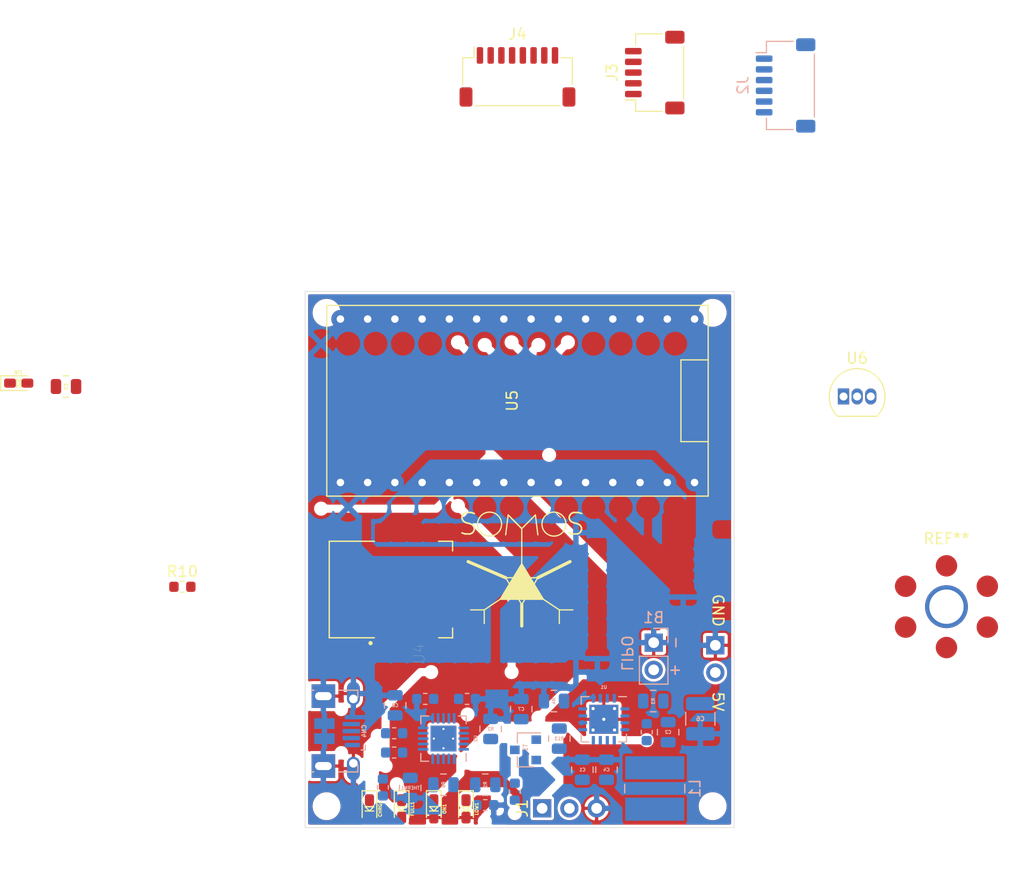
<source format=kicad_pcb>
(kicad_pcb (version 20171130) (host pcbnew 5.1.6-c6e7f7d~86~ubuntu18.04.1)
  (layers (0 F.Cu signal) (31 B.Cu signal) (34 B.Paste user) (35 F.Paste user) (36 B.SilkS user) (37 F.SilkS user) (38 B.Mask user) (39 F.Mask user) (44 Edge.Cuts user))
  (net 0 "")
  (net 1 GND)
  (net 2 3V)
  (net 3 "Net-(R9-Pad2)")
  (net 4 TFT_CS)
  (net 5 TFT_CLK)
  (net 6 TFT_MOSI)
  (net 7 TFT_DCX)
  (net 8 TFT_RST)
  (net 9 BT_RX)
  (net 10 BT_TX)
  (net 11 INTAN_MISO)
  (net 12 INTAN_MOSI)
  (net 13 INTAN_CLK)
  (net 14 INTAN_CS)
  (net 15 VLIPO)
  (net 16 VBAT)
  (net 17 5V)
  (net 18 VBUS)
  (net 19 "Net-(CHRG1-Pad2)")
  (net 20 "Net-(FULL1-Pad2)")
  (net 21 ENABLE)
  (net 22 "Net-(L1-Pad2)")
  (net 23 "Net-(LOW1-Pad1)")
  (net 24 "Net-(ON1-Pad1)")
  (net 25 "Net-(R1-Pad1)")
  (net 26 "Net-(R3-Pad1)")
  (net 27 "Net-(R6-Pad1)")
  (net 28 "Net-(R8-Pad1)")
  (net 29 "Net-(R14-Pad1)")
  (net 30 "Net-(R16-Pad2)")
  (net 31 "Net-(R17-Pad2)")
  (net 32 "Net-(R20-Pad2)")
  (net 33 LBO)
  (net 34 "Net-(THERM1-Pad2)")
  (net 35 "Net-(C3-Pad1)")
  (net 36 "Net-(BT1-Pad2)")
  (net 37 P2_0)
  (net 38 "Net-(U4-Pad13)")
  (module SOMOS:SOMOS_ELECTRODE (layer F.Cu) (at 189.8 109.4)
    (fp_text reference REF** (at 0 -6.35) (layer F.SilkS))
    (fp_text value SOMOS_ELECTRODE)
    (pad 1 smd circle (at -3.81 1.905) (size 2 2) (layers F.Cu F.Paste F.Mask))
    (pad 1 smd circle (at 3.81 1.905) (size 2 2) (layers F.Cu F.Paste F.Mask))
    (pad 1 smd circle (at 3.81 -1.905) (size 2 2) (layers F.Cu F.Paste F.Mask))
    (pad 1 smd circle (at -3.81 -1.905) (size 2 2) (layers F.Cu F.Paste F.Mask))
    (pad 1 smd circle (at 0 3.81) (size 2 2) (layers F.Cu F.Paste F.Mask))
    (pad 1 smd circle (at 0 -3.81) (size 2 2) (layers F.Cu F.Paste F.Mask))
    (pad 1 thru_hole circle (at 0 0) (size 4 4) (drill 3.2) (layers *.Cu *.Mask))
  )
  (module SOMOS:SOMOS_LOGO (layer F.Cu) (at 150.2 107.2)
    (fp_text reference REF** hide)
    (fp_text value SOMOS_LOGO)
    (fp_text user S (at 5 -5.5) (layer F.SilkS) (effects (font (size 2 2))))
    (fp_text user S (at -5 -5.5) (layer F.SilkS) (effects (font (size 2 2))))
    (fp_line (start 0 -1.796051) (end 0 -3.81) (layer F.SilkS) (width 0.12))
    (fp_line (start 0 -3.81) (end 0 -5.08) (layer F.SilkS) (width 0.12))
    (fp_line (start 0 -5.08) (end -1.27 -6.35) (layer F.SilkS) (width 0.12))
    (fp_line (start -1.27 -6.35) (end 0 -5.08) (layer F.SilkS) (width 0.12))
    (fp_line (start 0 -5.08) (end 1.27 -6.35) (layer F.SilkS) (width 0.12))
    (fp_line (start 2 1.5) (end 3.5 2.5) (layer F.SilkS) (width 0.12))
    (fp_line (start 3.5 2.5) (end 3.5 3.77) (layer F.SilkS) (width 0.12))
    (fp_line (start 3.5 2.5) (end 4.77 2.5) (layer F.SilkS) (width 0.12))
    (fp_line (start -2 1.5) (end -3.5 2.5) (layer F.SilkS) (width 0.12))
    (fp_line (start -4.77 2.5) (end -3.5 2.5) (layer F.SilkS) (width 0.12))
    (fp_line (start -3.5 2.5) (end -3.5 3.77) (layer F.SilkS) (width 0.12))
    (fp_line (start 1.5 -0.5) (end 4.5 -2) (layer F.SilkS) (width 0.3))
    (fp_line (start -1.5 -0.5) (end -5 -2) (layer F.SilkS) (width 0.3))
    (fp_line (start 0 2) (end 0 4) (layer F.SilkS) (width 0.3))
    (fp_line (start 0 -1.796051) (end -2 1.5) (layer F.SilkS) (width 0.12))
    (fp_line (start -2 1.5) (end 2 1.5) (layer F.SilkS) (width 0.12))
    (fp_line (start 2 1.5) (end 0 -1.796051) (layer F.SilkS) (width 0.12))
    (fp_poly (pts (xy 2 1.5) (xy -2 1.5) (xy 0 -1.796051)) (layer F.SilkS) (width 0.1))
    (fp_line (start -1.27 -6.35) (end -1.5 -4.5) (layer F.SilkS) (width 0.12))
    (fp_line (start 1.27 -6.35) (end 1.5 -4.5) (layer F.SilkS) (width 0.12))
    (fp_circle (center -3 -5.5) (end -2 -6) (layer F.SilkS) (width 0.12))
    (fp_circle (center 3 -5.5) (end 4 -6) (layer F.SilkS) (width 0.12))
    (fp_line (start -1.5 -0.5) (end 1.5 -0.5) (layer F.SilkS) (width 0.12))
    (fp_line (start 1.5 -0.5) (end 0 2) (layer F.SilkS) (width 0.12))
    (fp_line (start 0 2) (end -1.5 -0.5) (layer F.SilkS) (width 0.12))
  )
  (module Connector_PinHeader_2.54mm:PinHeader_1x02_P2.54mm_Vertical (layer F.Cu) (at 168.25 113)
    (fp_text reference X1 hide)
    (fp_text value TERM_OUTPUT_1X2)
    (pad 1 thru_hole rect (at 0 0) (size 1.7 1.7) (drill 1) (layers *.Cu *.Mask) (net 1 GND))
    (pad 2 thru_hole oval (at 0 2.54) (size 1.7 1.7) (drill 1) (layers *.Cu *.Mask) (net 17 5V))
  )
  (module Connector_PinHeader_2.54mm:PinHeader_1x03_P2.54mm_Vertical (layer F.Cu) (at 152.1 128.2 90)
    (fp_text reference J1 (at 0 -1.85 270) (layer F.SilkS))
    (fp_text value Conn_01x03_Female)
    (pad 1 thru_hole rect (at 0 0 90) (size 1.7 1.7) (drill 1) (layers *.Cu *.Mask) (net 16 VBAT))
    (pad 2 thru_hole oval (at 0 2.54 90) (size 1.7 1.7) (drill 1) (layers *.Cu *.Mask) (net 21 ENABLE))
    (pad 3 thru_hole oval (at 0 5.08 90) (size 1.7 1.7) (drill 1) (layers *.Cu *.Mask) (net 1 GND))
  )
  (module Connector_JST:JST_SH_SM06B-SRSS-TB_1x06-1MP_P1.00mm_Horizontal (layer B.Cu) (at 174.8 60.8 270)
    (fp_text reference J2 (at 0 3.98 90) (layer B.SilkS) (effects (justify mirror)))
    (fp_text value Conn_01x06_Female)
    (fp_line (start -4.11 -0.715) (end -4.11 1.785) (layer B.SilkS) (width 0.12))
    (fp_line (start -4.11 1.785) (end -3.06 1.785) (layer B.SilkS) (width 0.12))
    (fp_line (start -3.06 1.785) (end -3.06 2.775) (layer B.SilkS) (width 0.12))
    (fp_line (start 4.11 -0.715) (end 4.11 1.785) (layer B.SilkS) (width 0.12))
    (fp_line (start 4.11 1.785) (end 3.06 1.785) (layer B.SilkS) (width 0.12))
    (fp_line (start -2.94 -2.685) (end 2.94 -2.685) (layer B.SilkS) (width 0.12))
    (pad MP smd roundrect (at 3.8 -1.875 270) (size 1.2 1.8) (layers B.Cu B.Paste B.Mask) (roundrect_rratio 0.208333))
    (pad MP smd roundrect (at -3.8 -1.875 270) (size 1.2 1.8) (layers B.Cu B.Paste B.Mask) (roundrect_rratio 0.208333))
    (pad 6 smd roundrect (at 2.5 2 270) (size 0.6 1.55) (layers B.Cu B.Paste B.Mask) (net 1 GND))
    (pad 5 smd roundrect (at 1.5 2 270) (size 0.6 1.55) (layers B.Cu B.Paste B.Mask) (net 14 INTAN_CS))
    (pad 4 smd roundrect (at 0.5 2 270) (size 0.6 1.55) (layers B.Cu B.Paste B.Mask) (net 13 INTAN_CLK))
    (pad 3 smd roundrect (at -0.5 2 270) (size 0.6 1.55) (layers B.Cu B.Paste B.Mask) (net 12 INTAN_MOSI))
    (pad 2 smd roundrect (at -1.5 2 270) (size 0.6 1.55) (layers B.Cu B.Paste B.Mask) (net 11 INTAN_MISO))
    (pad 1 smd roundrect (at -2.5 2 270) (size 0.6 1.55) (layers B.Cu B.Paste B.Mask) (net 2 3V))
  )
  (module SOMOS:C_0805_2012Metric (layer B.Cu) (at 155.85 124.6 90)
    (fp_text reference C1 (at 0 0 180) (layer B.SilkS) (effects (font (size 0.3 0.3) (thickness 0.075)) (justify mirror)))
    (fp_text value 10uF)
    (fp_line (start -0.258578 1) (end 0.258578 1) (layer B.SilkS) (width 0.12))
    (fp_line (start -0.258578 -1) (end 0.258578 -1) (layer B.SilkS) (width 0.12))
    (pad 2 smd roundrect (at 0.9375 0 90) (size 0.975 1.4) (layers B.Cu B.Paste B.Mask) (net 1 GND))
    (pad 1 smd roundrect (at -0.9375 0 90) (size 0.975 1.4) (layers B.Cu B.Paste B.Mask) (net 16 VBAT))
  )
  (module SOMOS:C_0805_2012Metric (layer B.Cu) (at 163.85 121.1 270)
    (fp_text reference C2 (at 0 0 180) (layer B.SilkS) (effects (font (size 0.3 0.3) (thickness 0.075)) (justify mirror)))
    (fp_text value 2.2uF)
    (fp_line (start -0.258578 -1) (end 0.258578 -1) (layer B.SilkS) (width 0.12))
    (fp_line (start -0.258578 1) (end 0.258578 1) (layer B.SilkS) (width 0.12))
    (pad 1 smd roundrect (at -0.9375 0 270) (size 0.975 1.4) (layers B.Cu B.Paste B.Mask) (net 17 5V))
    (pad 2 smd roundrect (at 0.9375 0 270) (size 0.975 1.4) (layers B.Cu B.Paste B.Mask) (net 1 GND))
  )
  (module SOMOS:C_0805_2012Metric (layer B.Cu) (at 158.1 124.6 90)
    (fp_text reference C4 (at 0 0 180) (layer B.SilkS) (effects (font (size 0.3 0.3) (thickness 0.075)) (justify mirror)))
    (fp_text value 0.1uF)
    (fp_line (start -0.258578 1) (end 0.258578 1) (layer B.SilkS) (width 0.12))
    (fp_line (start -0.258578 -1) (end 0.258578 -1) (layer B.SilkS) (width 0.12))
    (pad 2 smd roundrect (at 0.9375 0 90) (size 0.975 1.4) (layers B.Cu B.Paste B.Mask) (net 1 GND))
    (pad 1 smd roundrect (at -0.9375 0 90) (size 0.975 1.4) (layers B.Cu B.Paste B.Mask) (net 16 VBAT))
  )
  (module SOMOS:C_1210_3225Metric (layer B.Cu) (at 166.85 119.85 270)
    (fp_text reference C6 (at 0 0 180) (layer B.SilkS) (effects (font (size 0.4 0.4) (thickness 0.1)) (justify mirror)))
    (fp_text value 100uF)
    (fp_line (start -0.602064 1.36) (end 0.602064 1.36) (layer B.SilkS) (width 0.12))
    (fp_line (start -0.602064 -1.36) (end 0.602064 -1.36) (layer B.SilkS) (width 0.12))
    (pad 2 smd roundrect (at 1.4 0 270) (size 1.25 2.65) (layers B.Cu B.Paste B.Mask) (roundrect_rratio 0.2) (net 1 GND))
    (pad 1 smd roundrect (at -1.4 0 270) (size 1.25 2.65) (layers B.Cu B.Paste B.Mask) (roundrect_rratio 0.2) (net 17 5V))
  )
  (module SOMOS:C_0805_2012Metric (layer B.Cu) (at 150.15 118.95 90)
    (fp_text reference C7 (at 0 0 180) (layer B.SilkS) (effects (font (size 0.3 0.3) (thickness 0.075)) (justify mirror)))
    (fp_text value 10uF)
    (fp_line (start -0.258578 -1) (end 0.258578 -1) (layer B.SilkS) (width 0.12))
    (fp_line (start -0.258578 1) (end 0.258578 1) (layer B.SilkS) (width 0.12))
    (pad 1 smd roundrect (at -0.9375 0 90) (size 0.975 1.4) (layers B.Cu B.Paste B.Mask) (net 15 VLIPO))
    (pad 2 smd roundrect (at 0.9375 0 90) (size 0.975 1.4) (layers B.Cu B.Paste B.Mask) (net 1 GND))
  )
  (module SOMOS:C_0805_2012Metric (layer B.Cu) (at 138.4 118.6 90)
    (fp_text reference C8 (at 0 0 180) (layer B.SilkS) (effects (font (size 0.3 0.3) (thickness 0.075)) (justify mirror)))
    (fp_text value 10uF)
    (fp_line (start -0.258578 -1) (end 0.258578 -1) (layer B.SilkS) (width 0.12))
    (fp_line (start -0.258578 1) (end 0.258578 1) (layer B.SilkS) (width 0.12))
    (pad 1 smd roundrect (at -0.9375 0 90) (size 0.975 1.4) (layers B.Cu B.Paste B.Mask) (net 18 VBUS))
    (pad 2 smd roundrect (at 0.9375 0 90) (size 0.975 1.4) (layers B.Cu B.Paste B.Mask) (net 1 GND))
  )
  (module SOMOS:LED_0603_1608Metric_Castellated (layer F.Cu) (at 136 128.25 270)
    (fp_text reference CHRG1 (at 0 -1 270) (layer F.SilkS) (effects (font (size 0.3 0.3) (thickness 0.075))))
    (fp_text value ORANGE)
    (fp_line (start 0.8 -0.685) (end -1.685 -0.685) (layer F.SilkS) (width 0.12))
    (fp_line (start -1.685 -0.685) (end -1.685 0.685) (layer F.SilkS) (width 0.12))
    (fp_line (start -1.685 0.685) (end 0.8 0.685) (layer F.SilkS) (width 0.12))
    (fp_line (start -0.2 -0.4) (end 0.2 0) (layer F.SilkS) (width 0.12))
    (fp_line (start 0.2 0) (end -0.2 0.4) (layer F.SilkS) (width 0.12))
    (fp_line (start 0.2 -0.4) (end 0.2 0.4) (layer F.SilkS) (width 0.12))
    (fp_line (start -0.2 -0.4) (end -0.2 0.4) (layer F.SilkS) (width 0.12))
    (pad 2 smd roundrect (at 0.8125 0 270) (size 1.1 0.85) (layers F.Cu F.Paste F.Mask) (net 19 "Net-(CHRG1-Pad2)"))
    (pad 1 smd roundrect (at -0.8125 0 270) (size 1.1 0.85) (layers F.Cu F.Paste F.Mask) (net 18 VBUS))
  )
  (module SOMOS:USB_Micro-B_GCT_USB3076-30-A (layer B.Cu) (at 132 121 90)
    (fp_text reference CN4 (at 0 3.5 90) (layer B.SilkS) (effects (font (size 0.4 0.4) (thickness 0.1)) (justify mirror)))
    (fp_text value MicroUSB)
    (fp_line (start -1.76 3.61) (end -1.76 3.22) (layer B.SilkS) (width 0.12))
    (fp_line (start -1.76 3.61) (end -1.31 3.61) (layer B.SilkS) (width 0.12))
    (fp_line (start 3.81 2.91) (end 3.16 2.91) (layer B.SilkS) (width 0.12))
    (fp_line (start 3.81 1.18) (end 3.81 2.91) (layer B.SilkS) (width 0.12))
    (fp_line (start -3.81 -1.39) (end -3.81 -1.18) (layer B.SilkS) (width 0.12))
    (fp_line (start 3.81 -1.39) (end 3.81 -1.18) (layer B.SilkS) (width 0.12))
    (fp_line (start -3.81 1.18) (end -3.81 2.91) (layer B.SilkS) (width 0.12))
    (fp_line (start -3.81 2.91) (end -3.15 2.91) (layer B.SilkS) (width 0.12))
    (pad 6 smd rect (at 0.7 -0.2 90) (size 1 1.9) (layers B.Cu B.Paste B.Mask) (net 1 GND))
    (pad 2 smd rect (at -0.65 2.3 90) (size 0.4 1.6) (layers B.Cu B.Paste B.Mask))
    (pad 1 smd rect (at -1.3 2.4 90) (size 0.4 1.4) (layers B.Cu B.Paste B.Mask) (net 18 VBUS))
    (pad 5 smd rect (at 1.3 2.4 90) (size 0.4 1.4) (layers B.Cu B.Paste B.Mask) (net 1 GND))
    (pad 4 smd rect (at 0.65 2.3 90) (size 0.4 1.6) (layers B.Cu B.Paste B.Mask))
    (pad 3 smd rect (at 0 2.3 90) (size 0.4 1.6) (layers B.Cu B.Paste B.Mask))
    (pad 6 smd rect (at -0.7 -0.2 90) (size 1 1.9) (layers B.Cu B.Paste B.Mask) (net 1 GND))
    (pad 6 thru_hole rect (at -3.26 -0.3 270) (size 2.2 2.2) (drill oval 0.75 1.55) (layers *.Cu *.Mask B.Paste) (net 1 GND))
    (pad 6 thru_hole rect (at 3.26 -0.3 90) (size 2.2 2.2) (drill oval 0.75 1.55) (layers *.Cu *.Mask B.Paste) (net 1 GND))
    (pad 6 thru_hole oval (at -3 2.5 90) (size 2.2 1.2) (drill 0.8 (offset -0.5 0)) (layers *.Cu *.Mask B.Paste) (net 1 GND))
    (pad "" np_thru_hole circle (at 2.025 1.375 90) (size 0.75 0.75) (drill 0.75) (layers *.Cu))
    (pad 6 thru_hole oval (at 3 2.5 270) (size 2.2 1.2) (drill 0.8 (offset -0.5 0)) (layers *.Cu *.Mask B.Paste) (net 1 GND))
    (pad "" np_thru_hole circle (at -2.025 1.375 90) (size 0.75 0.75) (drill 0.75) (layers *.Cu))
  )
  (module SOMOS:LED_0603_1608Metric_Castellated (layer F.Cu) (at 139 128.25 270)
    (fp_text reference FULL1 (at 0 -1 270) (layer F.SilkS) (effects (font (size 0.3 0.3) (thickness 0.075))))
    (fp_text value GREEN)
    (fp_line (start -0.2 -0.4) (end -0.2 0.4) (layer F.SilkS) (width 0.12))
    (fp_line (start 0.2 -0.4) (end 0.2 0.4) (layer F.SilkS) (width 0.12))
    (fp_line (start 0.2 0) (end -0.2 0.4) (layer F.SilkS) (width 0.12))
    (fp_line (start -0.2 -0.4) (end 0.2 0) (layer F.SilkS) (width 0.12))
    (fp_line (start -1.685 0.685) (end 0.8 0.685) (layer F.SilkS) (width 0.12))
    (fp_line (start -1.685 -0.685) (end -1.685 0.685) (layer F.SilkS) (width 0.12))
    (fp_line (start 0.8 -0.685) (end -1.685 -0.685) (layer F.SilkS) (width 0.12))
    (pad 1 smd roundrect (at -0.8125 0 270) (size 1.1 0.85) (layers F.Cu F.Paste F.Mask) (net 18 VBUS))
    (pad 2 smd roundrect (at 0.8125 0 270) (size 1.1 0.85) (layers F.Cu F.Paste F.Mask) (net 20 "Net-(FULL1-Pad2)"))
  )
  (module Inductor_SMD:L_Wuerth_WE-PD2-Typ-MS (layer B.Cu) (at 162.6 126.35 90)
    (fp_text reference L1 (at 0 3.75 90) (layer B.SilkS) (effects (justify mirror)))
    (fp_text value 6.8uH)
    (fp_line (start -0.4 2.8) (end 0.4 2.8) (layer B.SilkS) (width 0.12))
    (fp_line (start -0.4 -2.8) (end 0.4 -2.8) (layer B.SilkS) (width 0.12))
    (pad 1 smd rect (at -1.93 0 90) (size 2.15 5.5) (layers B.Cu B.Paste B.Mask) (net 16 VBAT))
    (pad 2 smd rect (at 1.93 0 90) (size 2.15 5.5) (layers B.Cu B.Paste B.Mask) (net 22 "Net-(L1-Pad2)"))
  )
  (module SOMOS:LED_0603_1608Metric_Castellated (layer F.Cu) (at 145 128.25 270)
    (fp_text reference LOW1 (at 0 -1 270) (layer F.SilkS) (effects (font (size 0.3 0.3) (thickness 0.075))))
    (fp_text value RED)
    (fp_line (start -0.2 -0.4) (end -0.2 0.4) (layer F.SilkS) (width 0.12))
    (fp_line (start 0.2 -0.4) (end 0.2 0.4) (layer F.SilkS) (width 0.12))
    (fp_line (start 0.2 0) (end -0.2 0.4) (layer F.SilkS) (width 0.12))
    (fp_line (start -0.2 -0.4) (end 0.2 0) (layer F.SilkS) (width 0.12))
    (fp_line (start -1.685 0.685) (end 0.8 0.685) (layer F.SilkS) (width 0.12))
    (fp_line (start -1.685 -0.685) (end -1.685 0.685) (layer F.SilkS) (width 0.12))
    (fp_line (start 0.8 -0.685) (end -1.685 -0.685) (layer F.SilkS) (width 0.12))
    (pad 1 smd roundrect (at -0.8125 0 270) (size 1.1 0.85) (layers F.Cu F.Paste F.Mask) (net 23 "Net-(LOW1-Pad1)"))
    (pad 2 smd roundrect (at 0.8125 0 270) (size 1.1 0.85) (layers F.Cu F.Paste F.Mask) (net 1 GND))
  )
  (module SOMOS:LED_0603_1608Metric_Castellated (layer F.Cu) (at 142 128.25 270)
    (fp_text reference ON1 (at 0 -1 270) (layer F.SilkS) (effects (font (size 0.3 0.3) (thickness 0.075))))
    (fp_text value BLUE)
    (fp_line (start -0.2 -0.4) (end -0.2 0.4) (layer F.SilkS) (width 0.12))
    (fp_line (start 0.2 -0.4) (end 0.2 0.4) (layer F.SilkS) (width 0.12))
    (fp_line (start 0.2 0) (end -0.2 0.4) (layer F.SilkS) (width 0.12))
    (fp_line (start -0.2 -0.4) (end 0.2 0) (layer F.SilkS) (width 0.12))
    (fp_line (start -1.685 0.685) (end 0.8 0.685) (layer F.SilkS) (width 0.12))
    (fp_line (start -1.685 -0.685) (end -1.685 0.685) (layer F.SilkS) (width 0.12))
    (fp_line (start 0.8 -0.685) (end -1.685 -0.685) (layer F.SilkS) (width 0.12))
    (pad 1 smd roundrect (at -0.8125 0 270) (size 1.1 0.85) (layers F.Cu F.Paste F.Mask) (net 24 "Net-(ON1-Pad1)"))
    (pad 2 smd roundrect (at 0.8125 0 270) (size 1.1 0.85) (layers F.Cu F.Paste F.Mask) (net 1 GND))
  )
  (module SOMOS:R_0805_2012Metric (layer B.Cu) (at 146.8 126 180)
    (fp_text reference R1 (at 0 0 270) (layer B.SilkS) (effects (font (size 0.3 0.3) (thickness 0.075)) (justify mirror)))
    (fp_text value 1.87M)
    (fp_line (start -0.258578 -1) (end 0.258578 -1) (layer B.SilkS) (width 0.12))
    (fp_line (start -0.258578 1) (end 0.258578 1) (layer B.SilkS) (width 0.12))
    (pad 1 smd roundrect (at -0.9375 0 180) (size 0.975 1.4) (layers B.Cu B.Paste B.Mask) (net 25 "Net-(R1-Pad1)"))
    (pad 2 smd roundrect (at 0.9375 0 180) (size 0.975 1.4) (layers B.Cu B.Paste B.Mask) (net 16 VBAT))
  )
  (module SOMOS:R_0805_2012Metric (layer B.Cu) (at 147.3 120.8 270)
    (fp_text reference R2 (at 0 0 180) (layer B.SilkS) (effects (font (size 0.3 0.3) (thickness 0.075)) (justify mirror)))
    (fp_text value 340K)
    (fp_line (start -0.258578 1) (end 0.258578 1) (layer B.SilkS) (width 0.12))
    (fp_line (start -0.258578 -1) (end 0.258578 -1) (layer B.SilkS) (width 0.12))
    (pad 2 smd roundrect (at 0.9375 0 270) (size 0.975 1.4) (layers B.Cu B.Paste B.Mask) (net 25 "Net-(R1-Pad1)"))
    (pad 1 smd roundrect (at -0.9375 0 270) (size 0.975 1.4) (layers B.Cu B.Paste B.Mask) (net 1 GND))
  )
  (module SOMOS:R_0805_2012Metric (layer B.Cu) (at 162.4625 118.2)
    (fp_text reference R3 (at 0 0 270) (layer B.SilkS) (effects (font (size 0.3 0.3) (thickness 0.075)) (justify mirror)))
    (fp_text value 1.87M)
    (fp_line (start -0.258578 1) (end 0.258578 1) (layer B.SilkS) (width 0.12))
    (fp_line (start -0.258578 -1) (end 0.258578 -1) (layer B.SilkS) (width 0.12))
    (pad 2 smd roundrect (at 0.9375 0) (size 0.975 1.4) (layers B.Cu B.Paste B.Mask) (net 17 5V))
    (pad 1 smd roundrect (at -0.9375 0) (size 0.975 1.4) (layers B.Cu B.Paste B.Mask) (net 26 "Net-(R3-Pad1)"))
  )
  (module SOMOS:R_0805_2012Metric (layer B.Cu) (at 153.2 118.2)
    (fp_text reference R4 (at 0 0 270) (layer B.SilkS) (effects (font (size 0.3 0.3) (thickness 0.075)) (justify mirror)))
    (fp_text value 200K)
    (fp_line (start -0.258578 1) (end 0.258578 1) (layer B.SilkS) (width 0.12))
    (fp_line (start -0.258578 -1) (end 0.258578 -1) (layer B.SilkS) (width 0.12))
    (pad 2 smd roundrect (at 0.9375 0) (size 0.975 1.4) (layers B.Cu B.Paste B.Mask) (net 26 "Net-(R3-Pad1)"))
    (pad 1 smd roundrect (at -0.9375 0) (size 0.975 1.4) (layers B.Cu B.Paste B.Mask) (net 1 GND))
  )
  (module SOMOS:R_0805_2012Metric (layer B.Cu) (at 142.9 126 180)
    (fp_text reference R6 (at 0 0 270) (layer B.SilkS) (effects (font (size 0.3 0.3) (thickness 0.075)) (justify mirror)))
    (fp_text value 270K)
    (fp_line (start -0.258578 -1) (end 0.258578 -1) (layer B.SilkS) (width 0.12))
    (fp_line (start -0.258578 1) (end 0.258578 1) (layer B.SilkS) (width 0.12))
    (pad 1 smd roundrect (at -0.9375 0 180) (size 0.975 1.4) (layers B.Cu B.Paste B.Mask) (net 27 "Net-(R6-Pad1)"))
    (pad 2 smd roundrect (at 0.9375 0 180) (size 0.975 1.4) (layers B.Cu B.Paste B.Mask) (net 18 VBUS))
  )
  (module SOMOS:R_0805_2012Metric (layer B.Cu) (at 153.7 121.7 90)
    (fp_text reference R13 (at 0 0 180) (layer B.SilkS) (effects (font (size 0.3 0.3) (thickness 0.075)) (justify mirror)))
    (fp_text value 200K)
    (fp_line (start -0.258578 -1) (end 0.258578 -1) (layer B.SilkS) (width 0.12))
    (fp_line (start -0.258578 1) (end 0.258578 1) (layer B.SilkS) (width 0.12))
    (pad 1 smd roundrect (at -0.9375 0 90) (size 0.975 1.4) (layers B.Cu B.Paste B.Mask) (net 16 VBAT))
    (pad 2 smd roundrect (at 0.9375 0 90) (size 0.975 1.4) (layers B.Cu B.Paste B.Mask) (net 21 ENABLE))
  )
  (module SOMOS:SOT-23 (layer B.Cu) (at 150.55 122.75 180)
    (fp_text reference T1 (at 0 0.2 90) (layer B.SilkS) (effects (font (size 0.4 0.4) (thickness 0.075)) (justify mirror)))
    (fp_text value MMUN2133LT1G hide)
    (fp_line (start 0.76 -1.58) (end 0.76 -0.65) (layer B.SilkS) (width 0.12))
    (fp_line (start 0.76 1.58) (end 0.76 0.65) (layer B.SilkS) (width 0.12))
    (fp_line (start 0.76 1.58) (end -1.4 1.58) (layer B.SilkS) (width 0.12))
    (fp_line (start 0.76 -1.58) (end -0.7 -1.58) (layer B.SilkS) (width 0.12))
    (pad 3 smd rect (at 1 0 180) (size 0.9 0.8) (layers B.Cu B.Paste B.Mask) (net 32 "Net-(R20-Pad2)"))
    (pad 2 smd rect (at -1 -0.95 180) (size 0.9 0.8) (layers B.Cu B.Paste B.Mask) (net 16 VBAT))
    (pad 1 smd rect (at -1 0.95 180) (size 0.9 0.8) (layers B.Cu B.Paste B.Mask) (net 33 LBO))
  )
  (module SOMOS:R_0805_2012Metric (layer B.Cu) (at 139.8 126.3 90)
    (fp_text reference THERM1 (at 0 0 180) (layer B.SilkS) (effects (font (size 0.3 0.3) (thickness 0.075)) (justify mirror)))
    (fp_text value 15K)
    (fp_line (start -0.258578 1) (end 0.258578 1) (layer B.SilkS) (width 0.12))
    (fp_line (start -0.258578 -1) (end 0.258578 -1) (layer B.SilkS) (width 0.12))
    (pad 2 smd roundrect (at 0.9375 0 90) (size 0.975 1.4) (layers B.Cu B.Paste B.Mask) (net 34 "Net-(THERM1-Pad2)"))
    (pad 1 smd roundrect (at -0.9375 0 90) (size 0.975 1.4) (layers B.Cu B.Paste B.Mask) (net 1 GND))
  )
  (module SOMOS:QFN-16-1EP_4x4mm_P0.65mm_EP2.7x2.7mm_ThermalVias (layer B.Cu) (at 157.85 119.9 180)
    (fp_text reference U1 (at 0 3) (layer B.SilkS) (effects (font (size 0.3 0.3) (thickness 0.075)) (justify mirror)))
    (fp_text value TPS61090RSAR)
    (fp_line (start -1.385 2.11) (end -2.11 2.11) (layer B.SilkS) (width 0.12))
    (fp_line (start 2.11 -2.11) (end 2.11 -1.385) (layer B.SilkS) (width 0.12))
    (fp_line (start 1.385 -2.11) (end 2.11 -2.11) (layer B.SilkS) (width 0.12))
    (fp_line (start -2.11 -2.11) (end -2.11 -1.385) (layer B.SilkS) (width 0.12))
    (fp_line (start -1.385 -2.11) (end -2.11 -2.11) (layer B.SilkS) (width 0.12))
    (fp_line (start 2.11 2.11) (end 2.11 1.385) (layer B.SilkS) (width 0.12))
    (fp_line (start 1.385 2.11) (end 2.11 2.11) (layer B.SilkS) (width 0.12))
    (pad 17 thru_hole circle (at -1 1 180) (size 0.6 0.6) (drill 0.3) (layers *.Cu) (net 1 GND))
    (pad 17 smd rect (at 0 0 180) (size 2.7 2.7) (layers F.Cu) (net 1 GND))
    (pad 1 smd roundrect (at -1.9625 0.975 180) (size 0.825 0.3) (layers B.Cu B.Mask) (net 17 5V))
    (pad 2 smd roundrect (at -1.9625 0.325 180) (size 0.825 0.3) (layers B.Cu B.Mask))
    (pad 3 smd roundrect (at -1.9625 -0.325 180) (size 0.825 0.3) (layers B.Cu B.Mask) (net 22 "Net-(L1-Pad2)"))
    (pad 4 smd roundrect (at -1.9625 -0.975 180) (size 0.825 0.3) (layers B.Cu B.Mask) (net 22 "Net-(L1-Pad2)"))
    (pad 5 smd roundrect (at -0.975 -1.9625 180) (size 0.3 0.825) (layers B.Cu B.Mask) (net 1 GND))
    (pad 6 smd roundrect (at -0.325 -1.9625 180) (size 0.3 0.825) (layers B.Cu B.Mask) (net 1 GND))
    (pad 7 smd roundrect (at 0.325 -1.9625 180) (size 0.3 0.825) (layers B.Cu B.Mask) (net 1 GND))
    (pad 8 smd roundrect (at 0.975 -1.9625 180) (size 0.3 0.825) (layers B.Cu B.Mask) (net 16 VBAT))
    (pad 9 smd roundrect (at 1.9625 -0.975 180) (size 0.825 0.3) (layers B.Cu B.Mask) (net 25 "Net-(R1-Pad1)"))
    (pad 10 smd roundrect (at 1.9625 -0.325 180) (size 0.825 0.3) (layers B.Cu B.Mask) (net 1 GND))
    (pad 11 smd roundrect (at 1.9625 0.325 180) (size 0.825 0.3) (layers B.Cu B.Mask) (net 21 ENABLE))
    (pad 12 smd roundrect (at 1.9625 0.975 180) (size 0.825 0.3) (layers B.Cu B.Mask) (net 33 LBO))
    (pad 13 smd roundrect (at 0.975 1.9625 180) (size 0.3 0.825) (layers B.Cu B.Mask) (net 1 GND))
    (pad 14 smd roundrect (at 0.325 1.9625 180) (size 0.3 0.825) (layers B.Cu B.Mask) (net 26 "Net-(R3-Pad1)"))
    (pad 15 smd roundrect (at -0.325 1.9625 180) (size 0.3 0.825) (layers B.Cu B.Mask) (net 17 5V))
    (pad 16 smd roundrect (at -0.975 1.9625 180) (size 0.3 0.825) (layers B.Cu B.Mask) (net 17 5V))
    (pad 17 thru_hole circle (at 1 1 180) (size 0.6 0.6) (drill 0.3) (layers *.Cu) (net 1 GND))
    (pad 17 thru_hole circle (at -1 -1 180) (size 0.6 0.6) (drill 0.3) (layers *.Cu) (net 1 GND))
    (pad 17 thru_hole circle (at 1 -1 180) (size 0.6 0.6) (drill 0.3) (layers *.Cu) (net 1 GND))
    (pad 17 thru_hole circle (at 0 0 180) (size 0.6 0.6) (drill 0.3) (layers *.Cu) (net 1 GND))
    (pad 17 smd rect (at 0 0 180) (size 2.7 2.7) (layers B.Cu B.Paste B.Mask) (net 1 GND))
  )
  (module SOMOS:Texas_S-PVQFN-N20_EP2.4x2.4mm_ThermalVias (layer B.Cu) (at 142.9 121.7 90)
    (fp_text reference U2 (at 0 3 90) (layer B.SilkS) (effects (font (size 0.3 0.3) (thickness 0.075)) (justify mirror)))
    (fp_text value MCP73871)
    (fp_line (start -1.385 2.11) (end -2.11 2.11) (layer B.SilkS) (width 0.12))
    (fp_line (start 2.11 -2.11) (end 2.11 -1.385) (layer B.SilkS) (width 0.12))
    (fp_line (start 1.385 -2.11) (end 2.11 -2.11) (layer B.SilkS) (width 0.12))
    (fp_line (start -2.11 -2.11) (end -2.11 -1.385) (layer B.SilkS) (width 0.12))
    (fp_line (start -1.385 -2.11) (end -2.11 -2.11) (layer B.SilkS) (width 0.12))
    (fp_line (start 2.11 2.11) (end 2.11 1.385) (layer B.SilkS) (width 0.12))
    (fp_line (start 1.385 2.11) (end 2.11 2.11) (layer B.SilkS) (width 0.12))
    (pad 21 smd rect (at 0 0 90) (size 2.4 2.4) (layers B.Cu B.Paste B.Mask) (net 1 GND))
    (pad 21 thru_hole circle (at 0 0.9 90) (size 0.55 0.55) (drill 0.2) (layers *.Cu) (net 1 GND))
    (pad 21 thru_hole circle (at -0.9 0 90) (size 0.55 0.55) (drill 0.2) (layers *.Cu) (net 1 GND))
    (pad 21 thru_hole circle (at 0.9 0 90) (size 0.55 0.55) (drill 0.2) (layers *.Cu) (net 1 GND))
    (pad 21 thru_hole circle (at 0 -0.9 90) (size 0.55 0.55) (drill 0.2) (layers *.Cu) (net 1 GND))
    (pad 21 smd rect (at 0 0 90) (size 2.4 2.4) (layers F.Cu) (net 1 GND))
    (pad 1 smd roundrect (at -1.8875 1 90) (size 0.975 0.25) (layers B.Cu B.Mask) (net 16 VBAT))
    (pad 2 smd roundrect (at -1.8875 0.5 90) (size 0.975 0.25) (layers B.Cu B.Mask) (net 27 "Net-(R6-Pad1)"))
    (pad 3 smd roundrect (at -1.8875 0 90) (size 0.975 0.25) (layers B.Cu B.Mask) (net 18 VBUS))
    (pad 4 smd roundrect (at -1.8875 -0.5 90) (size 0.975 0.25) (layers B.Cu B.Mask) (net 18 VBUS))
    (pad 5 smd roundrect (at -1.8875 -1 90) (size 0.975 0.25) (layers B.Cu B.Mask) (net 34 "Net-(THERM1-Pad2)"))
    (pad 6 smd roundrect (at -1 -1.8875 90) (size 0.25 0.975) (layers B.Cu B.Mask))
    (pad 7 smd roundrect (at -0.5 -1.8875 90) (size 0.25 0.975) (layers B.Cu B.Mask) (net 29 "Net-(R14-Pad1)"))
    (pad 8 smd roundrect (at 0 -1.8875 90) (size 0.25 0.975) (layers B.Cu B.Mask) (net 28 "Net-(R8-Pad1)"))
    (pad 9 smd roundrect (at 0.5 -1.8875 90) (size 0.25 0.975) (layers B.Cu B.Mask) (net 18 VBUS))
    (pad 10 smd roundrect (at 1 -1.8875 90) (size 0.25 0.975) (layers B.Cu B.Mask) (net 1 GND))
    (pad 11 smd roundrect (at 1.8875 -1 90) (size 0.975 0.25) (layers B.Cu B.Mask) (net 1 GND))
    (pad 12 smd roundrect (at 1.8875 -0.5 90) (size 0.975 0.25) (layers B.Cu B.Mask) (net 31 "Net-(R17-Pad2)"))
    (pad 13 smd roundrect (at 1.8875 0 90) (size 0.975 0.25) (layers B.Cu B.Mask) (net 30 "Net-(R16-Pad2)"))
    (pad 14 smd roundrect (at 1.8875 0.5 90) (size 0.975 0.25) (layers B.Cu B.Mask) (net 15 VLIPO))
    (pad 15 smd roundrect (at 1.8875 1 90) (size 0.975 0.25) (layers B.Cu B.Mask) (net 15 VLIPO))
    (pad 16 smd roundrect (at 1 1.8875 90) (size 0.25 0.975) (layers B.Cu B.Mask) (net 15 VLIPO))
    (pad 17 smd roundrect (at 0.5 1.8875 90) (size 0.25 0.975) (layers B.Cu B.Mask) (net 18 VBUS))
    (pad 18 smd roundrect (at 0 1.8875 90) (size 0.25 0.975) (layers B.Cu B.Mask) (net 18 VBUS))
    (pad 19 smd roundrect (at -0.5 1.8875 90) (size 0.25 0.975) (layers B.Cu B.Mask) (net 18 VBUS))
    (pad 20 smd roundrect (at -1 1.8875 90) (size 0.25 0.975) (layers B.Cu B.Mask) (net 16 VBAT))
  )
  (module Resistor_SMD:R_0603_1608Metric (layer B.Cu) (at 161.85 121.1 270)
    (fp_text reference R5 hide)
    (fp_text value 1K)
    (fp_line (start -0.162779 -0.51) (end 0.162779 -0.51) (layer B.SilkS) (width 0.12))
    (fp_line (start -0.162779 0.51) (end 0.162779 0.51) (layer B.SilkS) (width 0.12))
    (pad 1 smd roundrect (at -0.7875 0 270) (size 0.875 0.95) (layers B.Cu B.Paste B.Mask) (net 17 5V))
    (pad 2 smd roundrect (at 0.7875 0 270) (size 0.875 0.95) (layers B.Cu B.Paste B.Mask) (net 24 "Net-(ON1-Pad1)"))
  )
  (module Resistor_SMD:R_0603_1608Metric (layer B.Cu) (at 146.8 127.9)
    (fp_text reference R7 hide)
    (fp_text value 100K)
    (fp_line (start -0.162779 0.51) (end 0.162779 0.51) (layer B.SilkS) (width 0.12))
    (fp_line (start -0.162779 -0.51) (end 0.162779 -0.51) (layer B.SilkS) (width 0.12))
    (pad 2 smd roundrect (at 0.7875 0) (size 0.875 0.95) (layers B.Cu B.Paste B.Mask) (net 1 GND))
    (pad 1 smd roundrect (at -0.7875 0) (size 0.875 0.95) (layers B.Cu B.Paste B.Mask) (net 27 "Net-(R6-Pad1)"))
  )
  (module Resistor_SMD:R_0603_1608Metric (layer B.Cu) (at 138.3 121.2 180)
    (fp_text reference R8 hide)
    (fp_text value 1K)
    (fp_line (start -0.162779 -0.51) (end 0.162779 -0.51) (layer B.SilkS) (width 0.12))
    (fp_line (start -0.162779 0.51) (end 0.162779 0.51) (layer B.SilkS) (width 0.12))
    (pad 1 smd roundrect (at -0.7875 0 180) (size 0.875 0.95) (layers B.Cu B.Paste B.Mask) (net 28 "Net-(R8-Pad1)"))
    (pad 2 smd roundrect (at 0.7875 0 180) (size 0.875 0.95) (layers B.Cu B.Paste B.Mask) (net 19 "Net-(CHRG1-Pad2)"))
  )
  (module Resistor_SMD:R_0603_1608Metric (layer B.Cu) (at 137.25 126.25 90)
    (fp_text reference R9 hide)
    (fp_text value 330)
    (fp_line (start -0.162779 -0.51) (end 0.162779 -0.51) (layer B.SilkS) (width 0.12))
    (fp_line (start -0.162779 0.51) (end 0.162779 0.51) (layer B.SilkS) (width 0.12))
    (pad 1 smd roundrect (at -0.7875 0 90) (size 0.875 0.95) (layers B.Cu B.Paste B.Mask) (net 36 "Net-(BT1-Pad2)"))
    (pad 2 smd roundrect (at 0.7875 0 90) (size 0.875 0.95) (layers B.Cu B.Paste B.Mask) (net 3 "Net-(R9-Pad2)"))
  )
  (module Resistor_SMD:R_0603_1608Metric (layer B.Cu) (at 138.3 123 180)
    (fp_text reference R14 hide)
    (fp_text value 1K)
    (fp_line (start -0.162779 0.51) (end 0.162779 0.51) (layer B.SilkS) (width 0.12))
    (fp_line (start -0.162779 -0.51) (end 0.162779 -0.51) (layer B.SilkS) (width 0.12))
    (pad 2 smd roundrect (at 0.7875 0 180) (size 0.875 0.95) (layers B.Cu B.Paste B.Mask) (net 20 "Net-(FULL1-Pad2)"))
    (pad 1 smd roundrect (at -0.7875 0 180) (size 0.875 0.95) (layers B.Cu B.Paste B.Mask) (net 29 "Net-(R14-Pad1)"))
  )
  (module Resistor_SMD:R_0603_1608Metric (layer B.Cu) (at 145.1 118 180)
    (fp_text reference R16 hide)
    (fp_text value 1.0K)
    (fp_line (start -0.162779 0.51) (end 0.162779 0.51) (layer B.SilkS) (width 0.12))
    (fp_line (start -0.162779 -0.51) (end 0.162779 -0.51) (layer B.SilkS) (width 0.12))
    (pad 2 smd roundrect (at 0.7875 0 180) (size 0.875 0.95) (layers B.Cu B.Paste B.Mask) (net 30 "Net-(R16-Pad2)"))
    (pad 1 smd roundrect (at -0.7875 0 180) (size 0.875 0.95) (layers B.Cu B.Paste B.Mask) (net 1 GND))
  )
  (module Resistor_SMD:R_0603_1608Metric (layer B.Cu) (at 141.2 118)
    (fp_text reference R17 hide)
    (fp_text value 100K)
    (fp_line (start -0.162779 -0.51) (end 0.162779 -0.51) (layer B.SilkS) (width 0.12))
    (fp_line (start -0.162779 0.51) (end 0.162779 0.51) (layer B.SilkS) (width 0.12))
    (pad 1 smd roundrect (at -0.7875 0) (size 0.875 0.95) (layers B.Cu B.Paste B.Mask) (net 1 GND))
    (pad 2 smd roundrect (at 0.7875 0) (size 0.875 0.95) (layers B.Cu B.Paste B.Mask) (net 31 "Net-(R17-Pad2)"))
  )
  (module Resistor_SMD:R_0603_1608Metric (layer B.Cu) (at 149.55 126.65 90)
    (fp_text reference R20 hide)
    (fp_text value 1K)
    (fp_line (start -0.162779 0.51) (end 0.162779 0.51) (layer B.SilkS) (width 0.12))
    (fp_line (start -0.162779 -0.51) (end 0.162779 -0.51) (layer B.SilkS) (width 0.12))
    (pad 2 smd roundrect (at 0.7875 0 90) (size 0.875 0.95) (layers B.Cu B.Paste B.Mask) (net 32 "Net-(R20-Pad2)"))
    (pad 1 smd roundrect (at -0.7875 0 90) (size 0.875 0.95) (layers B.Cu B.Paste B.Mask) (net 23 "Net-(LOW1-Pad1)"))
  )
  (module Connector_PinHeader_2.54mm:PinHeader_1x02_P2.54mm_Vertical (layer B.Cu) (at 162.5 112.75 180)
    (fp_text reference B1 (at 0 2.33) (layer B.SilkS) (effects (justify mirror)))
    (fp_text value "JST 2-PH")
    (fp_line (start -1.33 1.33) (end 0 1.33) (layer B.SilkS) (width 0.12))
    (fp_line (start -1.33 0) (end -1.33 1.33) (layer B.SilkS) (width 0.12))
    (fp_line (start -1.33 -1.27) (end 1.33 -1.27) (layer B.SilkS) (width 0.12))
    (fp_line (start 1.33 -1.27) (end 1.33 -3.87) (layer B.SilkS) (width 0.12))
    (fp_line (start -1.33 -1.27) (end -1.33 -3.87) (layer B.SilkS) (width 0.12))
    (fp_line (start -1.33 -3.87) (end 1.33 -3.87) (layer B.SilkS) (width 0.12))
    (pad 1 thru_hole rect (at 0 0 180) (size 1.7 1.7) (drill 1) (layers *.Cu *.Mask) (net 1 GND))
    (pad 2 thru_hole oval (at 0 -2.54 180) (size 1.7 1.7) (drill 1) (layers *.Cu *.Mask) (net 15 VLIPO))
  )
  (module Connector_JST:JST_SH_SM05B-SRSS-TB_1x05-1MP_P1.00mm_Horizontal (layer F.Cu) (at 162.6 59.6 90)
    (fp_text reference J3 (at 0 -3.98 90) (layer F.SilkS))
    (fp_text value Conn_01x05_Male)
    (fp_line (start -2.44 2.685) (end 2.44 2.685) (layer F.SilkS) (width 0.12))
    (fp_line (start 3.61 -1.785) (end 2.56 -1.785) (layer F.SilkS) (width 0.12))
    (fp_line (start 3.61 0.715) (end 3.61 -1.785) (layer F.SilkS) (width 0.12))
    (fp_line (start -2.56 -1.785) (end -2.56 -2.775) (layer F.SilkS) (width 0.12))
    (fp_line (start -3.61 -1.785) (end -2.56 -1.785) (layer F.SilkS) (width 0.12))
    (fp_line (start -3.61 0.715) (end -3.61 -1.785) (layer F.SilkS) (width 0.12))
    (pad 1 smd roundrect (at -2 -2 90) (size 0.6 1.55) (layers F.Cu F.Paste F.Mask) (net 37 P2_0))
    (pad 2 smd roundrect (at -1 -2 90) (size 0.6 1.55) (layers F.Cu F.Paste F.Mask) (net 2 3V))
    (pad 3 smd roundrect (at 0 -2 90) (size 0.6 1.55) (layers F.Cu F.Paste F.Mask) (net 9 BT_RX))
    (pad 4 smd roundrect (at 1 -2 90) (size 0.6 1.55) (layers F.Cu F.Paste F.Mask) (net 10 BT_TX))
    (pad 5 smd roundrect (at 2 -2 90) (size 0.6 1.55) (layers F.Cu F.Paste F.Mask) (net 1 GND))
    (pad MP smd roundrect (at -3.3 1.875 90) (size 1.2 1.8) (layers F.Cu F.Paste F.Mask) (roundrect_rratio 0.208333))
    (pad MP smd roundrect (at 3.3 1.875 90) (size 1.2 1.8) (layers F.Cu F.Paste F.Mask) (roundrect_rratio 0.208333))
  )
  (module Resistor_SMD:R_0603_1608Metric (layer F.Cu) (at 118.555001 107.545001)
    (fp_text reference R10 (at 0 -1.43) (layer F.SilkS))
    (fp_text value 4.7k)
    (fp_line (start -0.162779 0.51) (end 0.162779 0.51) (layer F.SilkS) (width 0.12))
    (fp_line (start -0.162779 -0.51) (end 0.162779 -0.51) (layer F.SilkS) (width 0.12))
    (pad 1 smd roundrect (at -0.7875 0) (size 0.875 0.95) (layers F.Cu F.Paste F.Mask) (net 35 "Net-(C3-Pad1)"))
    (pad 2 smd roundrect (at 0.7875 0) (size 0.875 0.95) (layers F.Cu F.Paste F.Mask) (net 2 3V))
  )
  (module Package_TO_SOT_THT:TO-92_Inline (layer F.Cu) (at 180.2 89.8)
    (fp_text reference U6 (at 1.27 -3.56) (layer F.SilkS))
    (fp_text value MCP112)
    (fp_line (start -0.53 1.85) (end 3.07 1.85) (layer F.SilkS) (width 0.12))
    (fp_arc (start 1.27 0) (end 1.27 -2.6) (angle -135) (layer F.SilkS) (width 0.12))
    (fp_arc (start 1.27 0) (end 1.27 -2.6) (angle 135) (layer F.SilkS) (width 0.12))
    (pad 2 thru_hole oval (at 1.27 0) (size 1.05 1.5) (drill 0.75) (layers *.Cu *.Mask) (net 1 GND))
    (pad 3 thru_hole oval (at 2.54 0) (size 1.05 1.5) (drill 0.75) (layers *.Cu *.Mask) (net 2 3V))
    (pad 1 thru_hole rect (at 0 0) (size 1.05 1.5) (drill 0.75) (layers *.Cu *.Mask) (net 35 "Net-(C3-Pad1)"))
  )
  (module SOMOS:LED_0603_1608Metric_Castellated (layer F.Cu) (at 103.295001 88.555001)
    (fp_text reference BT1 (at 0 -1) (layer F.SilkS) (effects (font (size 0.3 0.3) (thickness 0.075))))
    (fp_text value RED)
    (fp_line (start 0.8 -0.685) (end -1.685 -0.685) (layer F.SilkS) (width 0.12))
    (fp_line (start -1.685 -0.685) (end -1.685 0.685) (layer F.SilkS) (width 0.12))
    (fp_line (start -1.685 0.685) (end 0.8 0.685) (layer F.SilkS) (width 0.12))
    (fp_line (start -0.2 -0.4) (end 0.2 0) (layer F.SilkS) (width 0.12))
    (fp_line (start 0.2 0) (end -0.2 0.4) (layer F.SilkS) (width 0.12))
    (fp_line (start 0.2 -0.4) (end 0.2 0.4) (layer F.SilkS) (width 0.12))
    (fp_line (start -0.2 -0.4) (end -0.2 0.4) (layer F.SilkS) (width 0.12))
    (pad 1 smd roundrect (at -0.8125 0) (size 1.1 0.85) (layers F.Cu F.Paste F.Mask) (net 2 3V))
    (pad 2 smd roundrect (at 0.8125 0) (size 1.1 0.85) (layers F.Cu F.Paste F.Mask) (net 36 "Net-(BT1-Pad2)"))
  )
  (module SOMOS:C_0805_2012Metric (layer F.Cu) (at 107.705001 88.870001)
    (fp_text reference C3 (at 0 0 90) (layer F.SilkS) (effects (font (size 0.3 0.3) (thickness 0.075))))
    (fp_text value 1uF)
    (fp_line (start -0.258578 -1) (end 0.258578 -1) (layer F.SilkS) (width 0.12))
    (fp_line (start -0.258578 1) (end 0.258578 1) (layer F.SilkS) (width 0.12))
    (pad 1 smd roundrect (at -0.9375 0) (size 0.975 1.4) (layers F.Cu F.Paste F.Mask) (net 35 "Net-(C3-Pad1)"))
    (pad 2 smd roundrect (at 0.9375 0) (size 0.975 1.4) (layers F.Cu F.Paste F.Mask) (net 1 GND))
  )
  (module Connector_JST:JST_SH_SM08B-SRSS-TB_1x08-1MP_P1.00mm_Horizontal (layer F.Cu) (at 149.8 60)
    (fp_text reference J4 (at 0 -3.98) (layer F.SilkS))
    (fp_text value Conn_01x08_Male)
    (fp_line (start -5.11 0.715) (end -5.11 -1.785) (layer F.SilkS) (width 0.12))
    (fp_line (start -5.11 -1.785) (end -4.06 -1.785) (layer F.SilkS) (width 0.12))
    (fp_line (start -4.06 -1.785) (end -4.06 -2.775) (layer F.SilkS) (width 0.12))
    (fp_line (start 5.11 0.715) (end 5.11 -1.785) (layer F.SilkS) (width 0.12))
    (fp_line (start 5.11 -1.785) (end 4.06 -1.785) (layer F.SilkS) (width 0.12))
    (fp_line (start -3.94 2.685) (end 3.94 2.685) (layer F.SilkS) (width 0.12))
    (pad 1 smd roundrect (at -3.5 -2) (size 0.6 1.55) (layers F.Cu F.Paste F.Mask) (net 1 GND))
    (pad 2 smd roundrect (at -2.5 -2) (size 0.6 1.55) (layers F.Cu F.Paste F.Mask) (net 4 TFT_CS))
    (pad 3 smd roundrect (at -1.5 -2) (size 0.6 1.55) (layers F.Cu F.Paste F.Mask) (net 5 TFT_CLK))
    (pad 4 smd roundrect (at -0.5 -2) (size 0.6 1.55) (layers F.Cu F.Paste F.Mask) (net 6 TFT_MOSI))
    (pad 5 smd roundrect (at 0.5 -2) (size 0.6 1.55) (layers F.Cu F.Paste F.Mask) (net 7 TFT_DCX))
    (pad 6 smd roundrect (at 1.5 -2) (size 0.6 1.55) (layers F.Cu F.Paste F.Mask) (net 8 TFT_RST))
    (pad 7 smd roundrect (at 2.5 -2) (size 0.6 1.55) (layers F.Cu F.Paste F.Mask) (net 2 3V))
    (pad 8 smd roundrect (at 3.5 -2) (size 0.6 1.55) (layers F.Cu F.Paste F.Mask) (net 17 5V))
    (pad MP smd roundrect (at -4.8 1.875) (size 1.2 1.8) (layers F.Cu F.Paste F.Mask) (roundrect_rratio 0.208333))
    (pad MP smd roundrect (at 4.8 1.875) (size 1.2 1.8) (layers F.Cu F.Paste F.Mask) (roundrect_rratio 0.208333))
  )
  (module SOMOS:RN4871 (layer F.Cu) (at 138 107.8 90)
    (fp_text reference U4 (at -5.994095 2.628995 270) (layer F.SilkS) (effects (font (size 1.00152 1.00152) (thickness 0.015))))
    (fp_text value RN4871-V_RM118)
    (fp_circle (center -5 -1.9) (end -4.9 -1.9) (layer F.SilkS) (width 0.2))
    (fp_line (start -4.5 -5.75) (end -4.5 -1.55) (layer F.SilkS) (width 0.127))
    (fp_line (start 4.5 -5.75) (end -4.5 -5.75) (layer F.SilkS) (width 0.127))
    (fp_line (start 4.5 -5.75) (end 4.5 -1.55) (layer F.SilkS) (width 0.127))
    (fp_line (start 4.5 5.75) (end 4.5 4.45) (layer F.SilkS) (width 0.127))
    (fp_line (start 3.6 5.75) (end 4.5 5.75) (layer F.SilkS) (width 0.127))
    (fp_line (start -4.5 5.75) (end -3.6 5.75) (layer F.SilkS) (width 0.127))
    (fp_line (start -4.5 4.45) (end -4.5 5.75) (layer F.SilkS) (width 0.127))
    (pad 16 smd rect (at 4.25 -0.95 90) (size 1.5 0.7) (layers F.Cu F.Paste F.Mask) (net 37 P2_0))
    (pad 15 smd rect (at 4.25 0.25 90) (size 1.5 0.7) (layers F.Cu F.Paste F.Mask))
    (pad 14 smd rect (at 4.25 1.45 90) (size 1.5 0.7) (layers F.Cu F.Paste F.Mask) (net 2 3V))
    (pad 13 smd rect (at 4.25 2.65 90) (size 1.5 0.7) (layers F.Cu F.Paste F.Mask) (net 38 "Net-(U4-Pad13)"))
    (pad 12 smd rect (at 4.25 3.85 90) (size 1.5 0.7) (layers F.Cu F.Paste F.Mask) (net 3 "Net-(R9-Pad2)"))
    (pad 11 smd rect (at 3 5.5 90) (size 0.7 1.5) (layers F.Cu F.Paste F.Mask))
    (pad 10 smd rect (at 1.8 5.5 90) (size 0.7 1.5) (layers F.Cu F.Paste F.Mask) (net 35 "Net-(C3-Pad1)"))
    (pad 9 smd rect (at 0.6 5.5 90) (size 0.7 1.5) (layers F.Cu F.Paste F.Mask))
    (pad 8 smd rect (at -0.6 5.5 90) (size 0.7 1.5) (layers F.Cu F.Paste F.Mask) (net 10 BT_TX))
    (pad 7 smd rect (at -1.8 5.5 90) (size 0.7 1.5) (layers F.Cu F.Paste F.Mask) (net 10 BT_TX))
    (pad 6 smd rect (at -3 5.5 90) (size 0.7 1.5) (layers F.Cu F.Paste F.Mask))
    (pad 1 smd rect (at -4.25 -0.95 90) (size 1.5 0.7) (layers F.Cu F.Paste F.Mask))
    (pad 2 smd rect (at -4.25 0.25 90) (size 1.5 0.7) (layers F.Cu F.Paste F.Mask) (net 38 "Net-(U4-Pad13)"))
    (pad 3 smd rect (at -4.25 1.45 90) (size 1.5 0.7) (layers F.Cu F.Paste F.Mask))
    (pad 4 smd rect (at -4.25 2.65 90) (size 1.5 0.7) (layers F.Cu F.Paste F.Mask))
    (pad 5 smd rect (at -4.25 3.85 90) (size 1.5 0.7) (layers F.Cu F.Paste F.Mask))
  )
  (module SOMOS:TinyFPGA-BX_TH (layer F.Cu) (at 149.8 90.2 270)
    (fp_text reference U5 (at 0 0.5 90) (layer F.SilkS))
    (fp_text value Tiny-FPGA-B2)
    (fp_line (start -8.89 -17.78) (end 8.89 -17.78) (layer F.SilkS) (width 0.12))
    (fp_line (start 8.89 -17.78) (end 8.89 17.78) (layer F.SilkS) (width 0.12))
    (fp_line (start 8.89 17.78) (end -8.89 17.78) (layer F.SilkS) (width 0.12))
    (fp_line (start -8.89 17.78) (end -8.89 -17.78) (layer F.SilkS) (width 0.12))
    (fp_line (start -3.81 -17.78) (end -3.81 -15.24) (layer F.SilkS) (width 0.12))
    (fp_line (start -3.81 -15.24) (end 3.81 -15.24) (layer F.SilkS) (width 0.12))
    (fp_line (start 3.81 -15.24) (end 3.81 -17.78) (layer F.SilkS) (width 0.12))
    (pad 0 thru_hole circle (at -7.62 -16.51 270) (size 1.7 1.7) (drill 0.7) (layers *.Cu *.Mask) (net 1 GND))
    (pad 1 thru_hole circle (at -7.62 -13.97 270) (size 1.7 1.7) (drill 0.7) (layers *.Cu *.Mask))
    (pad 2 thru_hole circle (at -7.62 -11.43 270) (size 1.7 1.7) (drill 0.7) (layers *.Cu *.Mask))
    (pad 3 thru_hole circle (at -7.62 -8.89 270) (size 1.7 1.7) (drill 0.7) (layers *.Cu *.Mask))
    (pad 4 thru_hole circle (at -7.62 -6.35 270) (size 1.7 1.7) (drill 0.7) (layers *.Cu *.Mask))
    (pad 5 thru_hole circle (at -7.62 -3.81 270) (size 1.7 1.7) (drill 0.7) (layers *.Cu *.Mask) (net 8 TFT_RST))
    (pad 6 thru_hole circle (at -7.62 -1.27 270) (size 1.7 1.7) (drill 0.7) (layers *.Cu *.Mask) (net 7 TFT_DCX))
    (pad 7 thru_hole circle (at -7.62 1.27 270) (size 1.7 1.7) (drill 0.7) (layers *.Cu *.Mask) (net 6 TFT_MOSI))
    (pad 8 thru_hole circle (at -7.62 3.81 270) (size 1.7 1.7) (drill 0.7) (layers *.Cu *.Mask) (net 5 TFT_CLK))
    (pad 9 thru_hole circle (at -7.62 6.35 270) (size 1.7 1.7) (drill 0.7) (layers *.Cu *.Mask) (net 4 TFT_CS))
    (pad 10 thru_hole circle (at -7.62 8.89 270) (size 1.7 1.7) (drill 0.7) (layers *.Cu *.Mask))
    (pad 11 thru_hole circle (at -7.62 11.43 270) (size 1.7 1.7) (drill 0.7) (layers *.Cu *.Mask))
    (pad 12 thru_hole circle (at -7.62 13.97 270) (size 1.7 1.7) (drill 0.7) (layers *.Cu *.Mask))
    (pad 13 thru_hole circle (at -7.62 16.51 270) (size 1.7 1.7) (drill 0.7) (layers *.Cu *.Mask))
    (pad 14 thru_hole circle (at 7.62 16.51 270) (size 1.7 1.7) (drill 0.7) (layers *.Cu *.Mask) (net 11 INTAN_MISO))
    (pad 15 thru_hole circle (at 7.62 13.97 270) (size 1.7 1.7) (drill 0.7) (layers *.Cu *.Mask) (net 12 INTAN_MOSI))
    (pad 16 thru_hole circle (at 7.62 11.43 270) (size 1.7 1.7) (drill 0.7) (layers *.Cu *.Mask) (net 13 INTAN_CLK))
    (pad 17 thru_hole circle (at 7.62 8.89 270) (size 1.7 1.7) (drill 0.7) (layers *.Cu *.Mask) (net 14 INTAN_CS))
    (pad 18 thru_hole circle (at 7.62 6.35 270) (size 1.7 1.7) (drill 0.7) (layers *.Cu *.Mask))
    (pad 19 thru_hole circle (at 7.62 3.81 270) (size 1.7 1.7) (drill 0.7) (layers *.Cu *.Mask))
    (pad 20 thru_hole circle (at 7.62 1.27 270) (size 1.7 1.7) (drill 0.7) (layers *.Cu *.Mask))
    (pad 21 thru_hole circle (at 7.62 -1.27 270) (size 1.7 1.7) (drill 0.7) (layers *.Cu *.Mask))
    (pad 22 thru_hole circle (at 7.62 -3.81 270) (size 1.7 1.7) (drill 0.7) (layers *.Cu *.Mask))
    (pad 23 thru_hole circle (at 7.62 -6.35 270) (size 1.7 1.7) (drill 0.7) (layers *.Cu *.Mask) (net 9 BT_RX))
    (pad 24 thru_hole circle (at 7.62 -8.89 270) (size 1.7 1.7) (drill 0.7) (layers *.Cu *.Mask) (net 10 BT_TX))
    (pad 25 thru_hole circle (at 7.62 -11.43 270) (size 1.7 1.7) (drill 0.7) (layers *.Cu *.Mask) (net 2 3V))
    (pad 26 thru_hole circle (at 7.62 -13.97 270) (size 1.7 1.7) (drill 0.7) (layers *.Cu *.Mask) (net 1 GND))
    (pad 27 thru_hole circle (at 7.62 -16.51 270) (size 1.7 1.7) (drill 0.7) (layers *.Cu *.Mask) (net 17 5V))
  )
  (gr_text GND (at 168.5 109.75 270) (layer F.SilkS) (effects (font (size 1 1))))
  (gr_text 5V (at 168.5 118.25 270) (layer F.SilkS) (effects (font (size 1 1))))
  (gr_text LIPO (at 160 113.75 270) (layer B.SilkS) (effects (font (size 1 1)) (justify mirror)))
  (gr_text - (at 164.5 112.75 90) (layer B.SilkS) (effects (font (size 1 1)) (justify mirror)))
  (gr_text + (at 164.5 115.25) (layer B.SilkS) (effects (font (size 1 1)) (justify mirror)))
  (gr_line (start 170 80) (end 170 130) (layer Edge.Cuts) (width 0.05))
  (gr_line (start 130 130) (end 130 80) (layer Edge.Cuts) (width 0.05))
  (gr_line (start 170 130) (end 130 130) (layer Edge.Cuts) (width 0.05))
  (gr_line (start 130 80) (end 170 80) (layer Edge.Cuts) (width 0.05))
  (zone (net 1) (net_name GND) (layer F.Cu) (connect_pads (clearance 0.255)) (min_thickness 0.255) (fill yes (arc_segments 32) (thermal_gap 0.3) (thermal_bridge_width 0.3))
    (polygon (pts (xy 170 130) (xy 130 130) (xy 130 80) (xy 170 80)))
  )
  (zone (net 1) (net_name GND) (layer B.Cu) (connect_pads (clearance 0.255)) (min_thickness 0.255) (fill yes (arc_segments 32) (thermal_gap 0.508) (thermal_bridge_width 0.508))
    (polygon (pts (xy 170 130) (xy 130 130) (xy 130 80) (xy 170 80)))
  )
)
</source>
